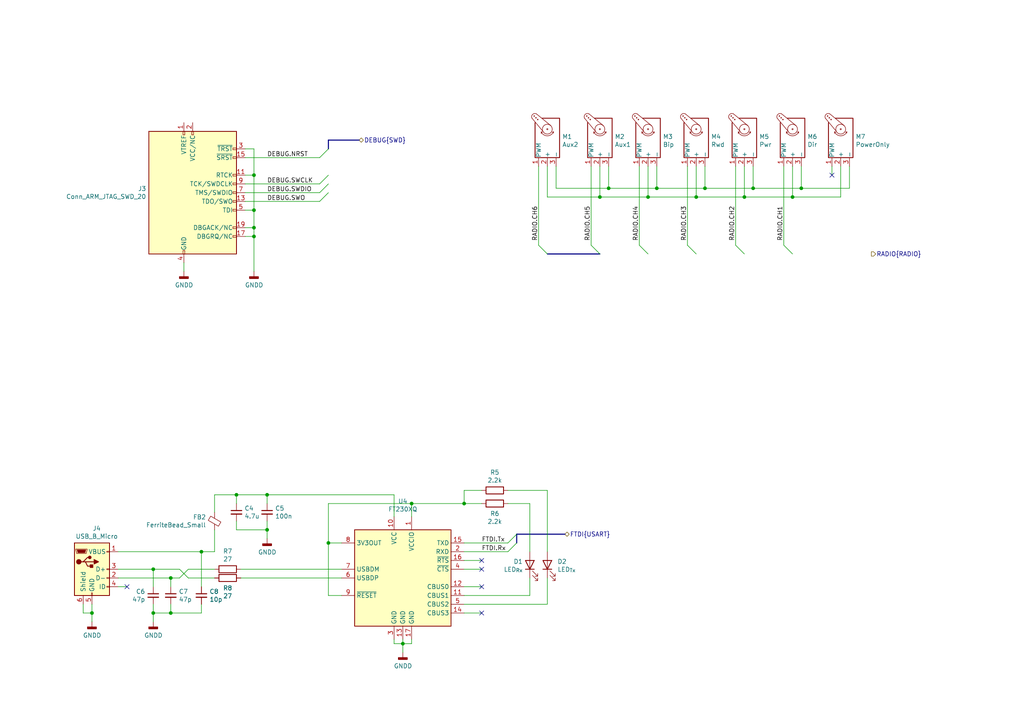
<source format=kicad_sch>
(kicad_sch (version 20210621) (generator eeschema)
  (paper "A4")
  (lib_symbols
    (symbol "Connector:Conn_ARM_JTAG_SWD_20" (pin_names (offset 1.016))
      (property "Reference" "J" (at -5.08 21.59 0))
      (property "Value" "Conn_ARM_JTAG_SWD_20" (at -5.08 19.05 0))
      (symbol "Conn_ARM_JTAG_SWD_20_0_1"
        (rectangle (start -2.794 -17.78) (end -2.286 -16.764))
        (rectangle (start -2.794 17.78) (end -2.286 16.764))
        (rectangle (start -0.254 17.78) (end 0.254 16.764))
        (rectangle (start 11.684 2.286) (end 12.7 2.794))
        (rectangle (start 12.7 -12.446) (end 11.684 -12.954))
        (rectangle (start 12.7 -9.906) (end 11.684 -10.414))
        (rectangle (start 12.7 -2.794) (end 11.684 -2.286))
        (rectangle (start 12.7 -0.254) (end 11.684 0.254))
        (rectangle (start 12.7 4.826) (end 11.684 5.334))
        (rectangle (start 12.7 10.414) (end 11.684 9.906))
        (rectangle (start 12.7 12.954) (end 11.684 12.446))
        (rectangle (start -12.7 17.78) (end 12.7 -17.78) (stroke (width 0.254)) (fill (type background)))
      )
      (symbol "Conn_ARM_JTAG_SWD_20_1_1"
        (rectangle (start 11.684 -5.334) (end 12.7 -4.826))
        (pin power_in line (at -2.54 20.32 270) (length 2.54) (name "VTREF") (number "1"))
        (pin passive line (at -2.54 -20.32 90) (length 2.54) hide (name "GND") (number "10"))
        (pin input line (at 15.24 5.08 180) (length 2.54) (name "RTCK") (number "11"))
        (pin passive line (at -2.54 -20.32 90) (length 2.54) hide (name "GND") (number "12"))
        (pin input line (at 15.24 -2.54 180) (length 2.54) (name "TDO/SWO") (number "13"))
        (pin passive line (at -2.54 -20.32 90) (length 2.54) hide (name "GND") (number "14"))
        (pin bidirectional line (at 15.24 10.16 180) (length 2.54) (name "~{SRST}") (number "15"))
        (pin passive line (at -2.54 -20.32 90) (length 2.54) hide (name "GND") (number "16"))
        (pin output line (at 15.24 -12.7 180) (length 2.54) (name "DBGRQ/NC") (number "17"))
        (pin passive line (at -2.54 -20.32 90) (length 2.54) hide (name "GND") (number "18"))
        (pin input line (at 15.24 -10.16 180) (length 2.54) (name "DBGACK/NC") (number "19"))
        (pin power_in line (at 0 20.32 270) (length 2.54) (name "VCC/NC") (number "2"))
        (pin passive line (at -2.54 -20.32 90) (length 2.54) hide (name "GND") (number "20"))
        (pin output line (at 15.24 12.7 180) (length 2.54) (name "~{TRST}") (number "3"))
        (pin power_in line (at -2.54 -20.32 90) (length 2.54) (name "GND") (number "4"))
        (pin output line (at 15.24 -5.08 180) (length 2.54) (name "TDI") (number "5"))
        (pin passive line (at -2.54 -20.32 90) (length 2.54) hide (name "GND") (number "6"))
        (pin output line (at 15.24 0 180) (length 2.54) (name "TMS/SWDIO") (number "7"))
        (pin passive line (at -2.54 -20.32 90) (length 2.54) hide (name "GND") (number "8"))
        (pin output line (at 15.24 2.54 180) (length 2.54) (name "TCK/SWDCLK") (number "9"))
      )
    )
    (symbol "Connector:USB_B_Micro" (pin_names (offset 1.016))
      (property "Reference" "J" (at -5.08 11.43 0))
      (property "Value" "USB_B_Micro" (at -5.08 8.89 0))
      (symbol "USB_B_Micro_0_1"
        (circle (center -3.81 2.159) (radius 0.635) (stroke (width 0.254)) (fill (type outline)))
        (circle (center -0.635 3.429) (radius 0.381) (stroke (width 0.254)) (fill (type outline)))
        (rectangle (start -0.127 -7.62) (end 0.127 -6.858))
        (rectangle (start 5.08 -5.207) (end 4.318 -4.953))
        (rectangle (start 5.08 -2.667) (end 4.318 -2.413))
        (rectangle (start 5.08 -0.127) (end 4.318 0.127))
        (rectangle (start 5.08 4.953) (end 4.318 5.207))
        (rectangle (start 0.254 1.27) (end -0.508 0.508) (stroke (width 0.254)) (fill (type outline)))
        (rectangle (start -5.08 -7.62) (end 5.08 7.62) (stroke (width 0.254)) (fill (type background)))
        (polyline (pts (xy -1.905 2.159) (xy 0.635 2.159)) (stroke (width 0.254)))
        (polyline (pts (xy -3.175 2.159) (xy -2.54 2.159) (xy -1.27 3.429) (xy -0.635 3.429)) (stroke (width 0.254)))
        (polyline (pts (xy -2.54 2.159) (xy -1.905 2.159) (xy -1.27 0.889) (xy 0 0.889)) (stroke (width 0.254)))
        (polyline (pts (xy -4.699 5.842) (xy -4.699 5.588) (xy -4.445 4.826) (xy -4.445 4.572) (xy -1.651 4.572) (xy -1.651 4.826) (xy -1.397 5.588) (xy -1.397 5.842) (xy -4.699 5.842)))
        (polyline (pts (xy 0.635 2.794) (xy 0.635 1.524) (xy 1.905 2.159) (xy 0.635 2.794)) (stroke (width 0.254)) (fill (type outline)))
        (polyline (pts (xy -4.318 5.588) (xy -1.778 5.588) (xy -2.032 4.826) (xy -4.064 4.826) (xy -4.318 5.588)) (fill (type outline)))
      )
      (symbol "USB_B_Micro_1_1"
        (pin power_out line (at 7.62 5.08 180) (length 2.54) (name "VBUS") (number "1"))
        (pin bidirectional line (at 7.62 -2.54 180) (length 2.54) (name "D-") (number "2"))
        (pin bidirectional line (at 7.62 0 180) (length 2.54) (name "D+") (number "3"))
        (pin passive line (at 7.62 -5.08 180) (length 2.54) (name "ID") (number "4"))
        (pin power_out line (at 0 -10.16 90) (length 2.54) (name "GND") (number "5"))
        (pin passive line (at -2.54 -10.16 90) (length 2.54) (name "Shield") (number "6"))
      )
    )
    (symbol "Device:C_Small" (pin_numbers hide) (pin_names (offset 0.254) hide)
      (property "Reference" "C" (at 0.254 1.778 0))
      (property "Value" "C_Small" (at 0.254 -2.032 0))
      (symbol "C_Small_0_1"
        (polyline (pts (xy -1.524 -0.508) (xy 1.524 -0.508)) (stroke (width 0.3302)))
        (polyline (pts (xy -1.524 0.508) (xy 1.524 0.508)) (stroke (width 0.3048)))
      )
      (symbol "C_Small_1_1"
        (pin passive line (at 0 2.54 270) (length 2.032) (name "~") (number "1"))
        (pin passive line (at 0 -2.54 90) (length 2.032) (name "~") (number "2"))
      )
    )
    (symbol "Device:FerriteBead_Small" (pin_numbers hide) (pin_names (offset 0))
      (property "Reference" "FB" (at 1.905 1.27 0))
      (property "Value" "FerriteBead_Small" (at 1.905 -1.27 0))
      (symbol "FerriteBead_Small_0_1"
        (polyline (pts (xy 0 -1.27) (xy 0 -0.7874)))
        (polyline (pts (xy 0 0.889) (xy 0 1.2954)))
        (polyline (pts (xy -1.8288 0.2794) (xy -1.1176 1.4986) (xy 1.8288 -0.2032) (xy 1.1176 -1.4224) (xy -1.8288 0.2794)))
      )
      (symbol "FerriteBead_Small_1_1"
        (pin passive line (at 0 2.54 270) (length 1.27) (name "~") (number "1"))
        (pin passive line (at 0 -2.54 90) (length 1.27) (name "~") (number "2"))
      )
    )
    (symbol "Device:LED" (pin_numbers hide) (pin_names (offset 1.016) hide)
      (property "Reference" "D" (at 0 2.54 0))
      (property "Value" "LED" (at 0 -2.54 0))
      (symbol "LED_0_1"
        (polyline (pts (xy -1.27 -1.27) (xy -1.27 1.27)) (stroke (width 0.254)))
        (polyline (pts (xy -1.27 0) (xy 1.27 0)))
        (polyline (pts (xy 1.27 -1.27) (xy 1.27 1.27) (xy -1.27 0) (xy 1.27 -1.27)) (stroke (width 0.254)))
        (polyline (pts (xy -3.048 -0.762) (xy -4.572 -2.286) (xy -3.81 -2.286) (xy -4.572 -2.286) (xy -4.572 -1.524)))
        (polyline (pts (xy -1.778 -0.762) (xy -3.302 -2.286) (xy -2.54 -2.286) (xy -3.302 -2.286) (xy -3.302 -1.524)))
      )
      (symbol "LED_1_1"
        (pin passive line (at -3.81 0 0) (length 2.54) (name "K") (number "1"))
        (pin passive line (at 3.81 0 180) (length 2.54) (name "A") (number "2"))
      )
    )
    (symbol "Device:R" (pin_numbers hide) (pin_names (offset 0))
      (property "Reference" "R" (at 2.032 0 90))
      (property "Value" "R" (at 0 0 90))
      (symbol "R_0_1"
        (rectangle (start -1.016 -2.54) (end 1.016 2.54) (stroke (width 0.254)))
      )
      (symbol "R_1_1"
        (pin passive line (at 0 3.81 270) (length 1.27) (name "~") (number "1"))
        (pin passive line (at 0 -3.81 90) (length 1.27) (name "~") (number "2"))
      )
    )
    (symbol "Interface_USB:FT230XQ"
      (property "Reference" "U" (at -13.97 15.24 0))
      (property "Value" "FT230XQ" (at 7.62 15.24 0))
      (symbol "FT230XQ_0_1"
        (rectangle (start -13.97 13.97) (end 13.97 -13.97) (stroke (width 0.254)) (fill (type background)))
      )
      (symbol "FT230XQ_1_1"
        (pin power_in line (at 2.54 17.78 270) (length 3.81) (name "VCCIO") (number "1"))
        (pin power_in line (at -2.54 17.78 270) (length 3.81) (name "VCC") (number "10"))
        (pin bidirectional line (at 17.78 -5.08 180) (length 3.81) (name "CBUS1") (number "11"))
        (pin bidirectional line (at 17.78 -2.54 180) (length 3.81) (name "CBUS0") (number "12"))
        (pin power_in line (at 0 -17.78 90) (length 3.81) (name "GND") (number "13"))
        (pin bidirectional line (at 17.78 -10.16 180) (length 3.81) (name "CBUS3") (number "14"))
        (pin output line (at 17.78 10.16 180) (length 3.81) (name "TXD") (number "15"))
        (pin output line (at 17.78 5.08 180) (length 3.81) (name "~{RTS}") (number "16"))
        (pin power_in line (at 2.54 -17.78 90) (length 3.81) (name "GND") (number "17"))
        (pin input line (at 17.78 7.62 180) (length 3.81) (name "RXD") (number "2"))
        (pin power_in line (at -2.54 -17.78 90) (length 3.81) (name "GND") (number "3"))
        (pin input line (at 17.78 2.54 180) (length 3.81) (name "~{CTS}") (number "4"))
        (pin bidirectional line (at 17.78 -7.62 180) (length 3.81) (name "CBUS2") (number "5"))
        (pin bidirectional line (at -17.78 0 0) (length 3.81) (name "USBDP") (number "6"))
        (pin bidirectional line (at -17.78 2.54 0) (length 3.81) (name "USBDM") (number "7"))
        (pin power_out line (at -17.78 10.16 0) (length 3.81) (name "3V3OUT") (number "8"))
        (pin input line (at -17.78 -5.08 0) (length 3.81) (name "~{RESET}") (number "9"))
      )
    )
    (symbol "Motor:Motor_Servo" (pin_names (offset 0.0254))
      (property "Reference" "M" (at -5.08 4.445 0))
      (property "Value" "Motor_Servo" (at -5.08 -4.064 0))
      (symbol "Motor_Servo_0_1"
        (arc (start 2.413 1.778) (end 2.413 -1.778) (radius (at 3.175 0) (length 1.9304) (angles 113.2 -113.2)))
        (arc (start 6.35 4.445) (end 7.62 3.175) (radius (at 6.7818 3.6068) (length 0.9398) (angles 117.3 -27.3)))
        (circle (center 3.175 0) (radius 0.1778))
        (circle (center 3.175 0) (radius 1.4224))
        (circle (center 5.969 2.794) (radius 0.127))
        (circle (center 6.477 3.302) (radius 0.127))
        (circle (center 6.985 3.81) (radius 0.127))
        (polyline (pts (xy 2.413 -1.778) (xy 2.032 -1.778)))
        (polyline (pts (xy 2.413 -1.778) (xy 2.286 -1.397)))
        (polyline (pts (xy 2.413 1.778) (xy 1.905 1.778)))
        (polyline (pts (xy 2.413 1.778) (xy 2.286 1.397)))
        (polyline (pts (xy 6.35 4.445) (xy 2.54 1.27)))
        (polyline (pts (xy 7.62 3.175) (xy 4.191 -1.016)))
        (polyline (pts (xy 5.08 3.556) (xy -5.08 3.556) (xy -5.08 -3.556) (xy 6.35 -3.556) (xy 6.35 1.524)) (stroke (width 0.254)))
      )
      (symbol "Motor_Servo_1_1"
        (pin passive line (at -7.62 2.54 0) (length 2.54) (name "PWM") (number "1"))
        (pin passive line (at -7.62 0 0) (length 2.54) (name "+") (number "2"))
        (pin passive line (at -7.62 -2.54 0) (length 2.54) (name "-") (number "3"))
      )
    )
    (symbol "power:GNDD" (power) (pin_names (offset 0))
      (property "Value" "GNDD" (at 0 -3.175 0))
      (symbol "GNDD_0_1"
        (rectangle (start -1.27 -1.524) (end 1.27 -2.032) (stroke (width 0.254)) (fill (type outline)))
        (polyline (pts (xy 0 0) (xy 0 -1.524)))
      )
      (symbol "GNDD_1_1"
        (pin power_in line (at 0 0 270) (length 0) hide (name "GNDD") (number "1"))
      )
    )
  )
  (junction (at 26.67 177.8) (diameter 0.9144))
  (junction (at 44.45 165.1) (diameter 0.9144))
  (junction (at 44.45 177.8) (diameter 0.9144))
  (junction (at 49.53 167.64) (diameter 0.9144))
  (junction (at 49.53 177.8) (diameter 0.9144))
  (junction (at 58.42 160.02) (diameter 0.9144))
  (junction (at 68.58 143.51) (diameter 0.9144))
  (junction (at 73.66 50.8) (diameter 0.9144))
  (junction (at 73.66 60.96) (diameter 0.9144))
  (junction (at 73.66 66.04) (diameter 0.9144))
  (junction (at 73.66 68.58) (diameter 0.9144))
  (junction (at 77.47 143.51) (diameter 0.9144))
  (junction (at 77.47 153.67) (diameter 0.9144))
  (junction (at 95.25 157.48) (diameter 0.9144))
  (junction (at 116.84 186.69) (diameter 0.9144))
  (junction (at 119.38 146.05) (diameter 0.9144))
  (junction (at 134.62 146.05) (diameter 0.9144))
  (junction (at 173.99 57.15) (diameter 0.9144))
  (junction (at 176.53 54.61) (diameter 0.9144))
  (junction (at 187.96 57.15) (diameter 0.9144))
  (junction (at 190.5 54.61) (diameter 0.9144))
  (junction (at 201.93 57.15) (diameter 0.9144))
  (junction (at 204.47 54.61) (diameter 0.9144))
  (junction (at 215.9 57.15) (diameter 0.9144))
  (junction (at 218.44 54.61) (diameter 0.9144))
  (junction (at 229.87 57.15) (diameter 0.9144))
  (junction (at 232.41 54.61) (diameter 0.9144))
  (no_connect (at 36.83 170.18))
  (no_connect (at 139.7 162.56))
  (no_connect (at 139.7 165.1))
  (no_connect (at 139.7 170.18))
  (no_connect (at 139.7 177.8))
  (no_connect (at 241.3 50.8))
  (bus_entry (at 95.25 43.18) (size -2.54 2.54) (stroke (width 0.1524)))
  (bus_entry (at 95.25 50.8) (size -2.54 2.54) (stroke (width 0.1524)))
  (bus_entry (at 95.25 53.34) (size -2.54 2.54) (stroke (width 0.1524)))
  (bus_entry (at 95.25 55.88) (size -2.54 2.54) (stroke (width 0.1524)))
  (bus_entry (at 149.86 154.94) (size -2.54 2.54) (stroke (width 0.1524)))
  (bus_entry (at 149.86 157.48) (size -2.54 2.54) (stroke (width 0.1524)))
  (bus_entry (at 158.75 73.66) (size -2.54 -2.54) (stroke (width 0.1524)))
  (bus_entry (at 173.99 73.66) (size -2.54 -2.54) (stroke (width 0.1524)))
  (bus_entry (at 187.96 73.66) (size -2.54 -2.54) (stroke (width 0.1524)))
  (bus_entry (at 201.93 73.66) (size -2.54 -2.54) (stroke (width 0.1524)))
  (bus_entry (at 215.9 73.66) (size -2.54 -2.54) (stroke (width 0.1524)))
  (bus_entry (at 229.87 73.66) (size -2.54 -2.54) (stroke (width 0.1524)))
  (wire (pts (xy 24.13 175.26) (xy 24.13 177.8)))
  (wire (pts (xy 24.13 177.8) (xy 26.67 177.8)))
  (wire (pts (xy 26.67 175.26) (xy 26.67 177.8)))
  (wire (pts (xy 26.67 177.8) (xy 26.67 180.34)))
  (wire (pts (xy 34.29 160.02) (xy 58.42 160.02)))
  (wire (pts (xy 34.29 165.1) (xy 44.45 165.1)))
  (wire (pts (xy 34.29 167.64) (xy 49.53 167.64)))
  (wire (pts (xy 36.83 170.18) (xy 34.29 170.18)))
  (wire (pts (xy 44.45 165.1) (xy 44.45 170.18)))
  (wire (pts (xy 44.45 165.1) (xy 52.07 165.1)))
  (wire (pts (xy 44.45 175.26) (xy 44.45 177.8)))
  (wire (pts (xy 44.45 177.8) (xy 44.45 180.34)))
  (wire (pts (xy 44.45 177.8) (xy 49.53 177.8)))
  (wire (pts (xy 49.53 167.64) (xy 49.53 170.18)))
  (wire (pts (xy 49.53 167.64) (xy 52.07 167.64)))
  (wire (pts (xy 49.53 177.8) (xy 49.53 175.26)))
  (wire (pts (xy 52.07 165.1) (xy 54.61 167.64)))
  (wire (pts (xy 52.07 167.64) (xy 54.61 165.1)))
  (wire (pts (xy 53.34 76.2) (xy 53.34 78.74)))
  (wire (pts (xy 54.61 165.1) (xy 62.23 165.1)))
  (wire (pts (xy 54.61 167.64) (xy 62.23 167.64)))
  (wire (pts (xy 58.42 160.02) (xy 58.42 170.18)))
  (wire (pts (xy 58.42 160.02) (xy 62.23 160.02)))
  (wire (pts (xy 58.42 175.26) (xy 58.42 177.8)))
  (wire (pts (xy 58.42 177.8) (xy 49.53 177.8)))
  (wire (pts (xy 62.23 143.51) (xy 62.23 148.59)))
  (wire (pts (xy 62.23 143.51) (xy 68.58 143.51)))
  (wire (pts (xy 62.23 153.67) (xy 62.23 160.02)))
  (wire (pts (xy 68.58 143.51) (xy 68.58 146.05)))
  (wire (pts (xy 68.58 143.51) (xy 77.47 143.51)))
  (wire (pts (xy 68.58 151.13) (xy 68.58 153.67)))
  (wire (pts (xy 68.58 153.67) (xy 77.47 153.67)))
  (wire (pts (xy 69.85 165.1) (xy 99.06 165.1)))
  (wire (pts (xy 69.85 167.64) (xy 99.06 167.64)))
  (wire (pts (xy 71.12 43.18) (xy 73.66 43.18)))
  (wire (pts (xy 71.12 45.72) (xy 92.71 45.72)))
  (wire (pts (xy 71.12 50.8) (xy 73.66 50.8)))
  (wire (pts (xy 71.12 53.34) (xy 92.71 53.34)))
  (wire (pts (xy 71.12 55.88) (xy 92.71 55.88)))
  (wire (pts (xy 71.12 58.42) (xy 92.71 58.42)))
  (wire (pts (xy 71.12 60.96) (xy 73.66 60.96)))
  (wire (pts (xy 71.12 66.04) (xy 73.66 66.04)))
  (wire (pts (xy 73.66 43.18) (xy 73.66 50.8)))
  (wire (pts (xy 73.66 50.8) (xy 73.66 60.96)))
  (wire (pts (xy 73.66 60.96) (xy 73.66 66.04)))
  (wire (pts (xy 73.66 66.04) (xy 73.66 68.58)))
  (wire (pts (xy 73.66 68.58) (xy 71.12 68.58)))
  (wire (pts (xy 73.66 78.74) (xy 73.66 68.58)))
  (wire (pts (xy 77.47 143.51) (xy 77.47 146.05)))
  (wire (pts (xy 77.47 143.51) (xy 114.3 143.51)))
  (wire (pts (xy 77.47 153.67) (xy 77.47 151.13)))
  (wire (pts (xy 77.47 153.67) (xy 77.47 156.21)))
  (wire (pts (xy 95.25 146.05) (xy 119.38 146.05)))
  (wire (pts (xy 95.25 157.48) (xy 95.25 146.05)))
  (wire (pts (xy 95.25 172.72) (xy 95.25 157.48)))
  (wire (pts (xy 99.06 157.48) (xy 95.25 157.48)))
  (wire (pts (xy 99.06 172.72) (xy 95.25 172.72)))
  (wire (pts (xy 114.3 143.51) (xy 114.3 149.86)))
  (wire (pts (xy 114.3 185.42) (xy 114.3 186.69)))
  (wire (pts (xy 114.3 186.69) (xy 116.84 186.69)))
  (wire (pts (xy 116.84 185.42) (xy 116.84 186.69)))
  (wire (pts (xy 116.84 186.69) (xy 116.84 189.23)))
  (wire (pts (xy 116.84 186.69) (xy 119.38 186.69)))
  (wire (pts (xy 119.38 146.05) (xy 119.38 149.86)))
  (wire (pts (xy 119.38 146.05) (xy 134.62 146.05)))
  (wire (pts (xy 119.38 186.69) (xy 119.38 185.42)))
  (wire (pts (xy 134.62 142.24) (xy 134.62 146.05)))
  (wire (pts (xy 134.62 146.05) (xy 139.7 146.05)))
  (wire (pts (xy 134.62 157.48) (xy 147.32 157.48)))
  (wire (pts (xy 134.62 160.02) (xy 147.32 160.02)))
  (wire (pts (xy 134.62 162.56) (xy 139.7 162.56)))
  (wire (pts (xy 134.62 165.1) (xy 139.7 165.1)))
  (wire (pts (xy 134.62 170.18) (xy 139.7 170.18)))
  (wire (pts (xy 134.62 172.72) (xy 153.67 172.72)))
  (wire (pts (xy 134.62 175.26) (xy 158.75 175.26)))
  (wire (pts (xy 134.62 177.8) (xy 139.7 177.8)))
  (wire (pts (xy 139.7 142.24) (xy 134.62 142.24)))
  (wire (pts (xy 147.32 142.24) (xy 158.75 142.24)))
  (wire (pts (xy 147.32 146.05) (xy 153.67 146.05)))
  (wire (pts (xy 153.67 146.05) (xy 153.67 160.02)))
  (wire (pts (xy 153.67 172.72) (xy 153.67 167.64)))
  (wire (pts (xy 156.21 48.26) (xy 156.21 71.12)))
  (wire (pts (xy 158.75 48.26) (xy 158.75 57.15)))
  (wire (pts (xy 158.75 57.15) (xy 173.99 57.15)))
  (wire (pts (xy 158.75 142.24) (xy 158.75 160.02)))
  (wire (pts (xy 158.75 175.26) (xy 158.75 167.64)))
  (wire (pts (xy 161.29 54.61) (xy 161.29 48.26)))
  (wire (pts (xy 171.45 48.26) (xy 171.45 71.12)))
  (wire (pts (xy 173.99 48.26) (xy 173.99 57.15)))
  (wire (pts (xy 173.99 57.15) (xy 187.96 57.15)))
  (wire (pts (xy 176.53 48.26) (xy 176.53 54.61)))
  (wire (pts (xy 176.53 54.61) (xy 161.29 54.61)))
  (wire (pts (xy 185.42 48.26) (xy 185.42 71.12)))
  (wire (pts (xy 187.96 48.26) (xy 187.96 57.15)))
  (wire (pts (xy 187.96 57.15) (xy 201.93 57.15)))
  (wire (pts (xy 190.5 48.26) (xy 190.5 54.61)))
  (wire (pts (xy 190.5 54.61) (xy 176.53 54.61)))
  (wire (pts (xy 199.39 48.26) (xy 199.39 71.12)))
  (wire (pts (xy 201.93 48.26) (xy 201.93 57.15)))
  (wire (pts (xy 201.93 57.15) (xy 215.9 57.15)))
  (wire (pts (xy 204.47 48.26) (xy 204.47 54.61)))
  (wire (pts (xy 204.47 54.61) (xy 190.5 54.61)))
  (wire (pts (xy 213.36 48.26) (xy 213.36 71.12)))
  (wire (pts (xy 215.9 48.26) (xy 215.9 57.15)))
  (wire (pts (xy 215.9 57.15) (xy 229.87 57.15)))
  (wire (pts (xy 218.44 48.26) (xy 218.44 54.61)))
  (wire (pts (xy 218.44 54.61) (xy 204.47 54.61)))
  (wire (pts (xy 227.33 48.26) (xy 227.33 71.12)))
  (wire (pts (xy 229.87 48.26) (xy 229.87 57.15)))
  (wire (pts (xy 229.87 57.15) (xy 243.84 57.15)))
  (wire (pts (xy 232.41 48.26) (xy 232.41 54.61)))
  (wire (pts (xy 232.41 54.61) (xy 218.44 54.61)))
  (wire (pts (xy 241.3 48.26) (xy 241.3 50.8)))
  (wire (pts (xy 243.84 57.15) (xy 243.84 48.26)))
  (wire (pts (xy 246.38 48.26) (xy 246.38 54.61)))
  (wire (pts (xy 246.38 54.61) (xy 232.41 54.61)))
  (bus (pts (xy 95.25 40.64) (xy 95.25 55.88)))
  (bus (pts (xy 95.25 40.64) (xy 104.14 40.64)))
  (bus (pts (xy 149.86 154.94) (xy 149.86 157.48)))
  (bus (pts (xy 158.75 73.66) (xy 252.73 73.66)))
  (bus (pts (xy 163.83 154.94) (xy 149.86 154.94)))
  (label "DEBUG.NRST" (at 77.47 45.72 0))
  (label "DEBUG.SWCLK" (at 77.47 53.34 0))
  (label "DEBUG.SWDIO" (at 77.47 55.88 0))
  (label "DEBUG.SWO" (at 77.47 58.42 0))
  (label "FTDI.Tx" (at 139.7 157.48 0))
  (label "FTDI.Rx" (at 139.7 160.02 0))
  (label "RADIO.CH6" (at 156.21 59.69 270))
  (label "RADIO.CH5" (at 171.45 59.69 270))
  (label "RADIO.CH4" (at 185.42 59.69 270))
  (label "RADIO.CH3" (at 199.39 59.69 270))
  (label "RADIO.CH2" (at 213.36 59.69 270))
  (label "RADIO.CH1" (at 227.33 59.69 270))
  (hierarchical_label "DEBUG{SWD}" (shape bidirectional) (at 104.14 40.64 0))
  (hierarchical_label "FTDI{USART}" (shape bidirectional) (at 163.83 154.94 0))
  (hierarchical_label "RADIO{RADIO}" (shape output) (at 252.73 73.66 0))
  (symbol (lib_id "power:GNDD") (at 26.67 180.34 0) (unit 1)
    (property "Reference" "#PWR018" (effects hide))
    (property "Value" "GNDD" (at 26.7208 184.2834 0))
  )
  (symbol (lib_id "power:GNDD") (at 44.45 180.34 0) (unit 1)
    (property "Reference" "#PWR019" (effects hide))
    (property "Value" "GNDD" (at 44.5008 184.2834 0))
  )
  (symbol (lib_id "power:GNDD") (at 53.34 78.74 0) (unit 1)
    (property "Reference" "#PWR015" (effects hide))
    (property "Value" "GNDD" (at 53.3908 82.6834 0))
  )
  (symbol (lib_id "power:GNDD") (at 73.66 78.74 0) (unit 1)
    (property "Reference" "#PWR016" (effects hide))
    (property "Value" "GNDD" (at 73.7108 82.6834 0))
  )
  (symbol (lib_id "power:GNDD") (at 77.47 156.21 0) (unit 1)
    (property "Reference" "#PWR017" (effects hide))
    (property "Value" "GNDD" (at 77.5208 160.1534 0))
  )
  (symbol (lib_id "power:GNDD") (at 116.84 189.23 0) (unit 1)
    (property "Reference" "#PWR020" (effects hide))
    (property "Value" "GNDD" (at 116.8908 193.1734 0))
  )
  (symbol (lib_id "Device:R") (at 66.04 165.1 90) (unit 1)
    (property "Reference" "R7" (at 66.04 159.8738 90))
    (property "Value" "27" (at 66.04 162.1725 90))
  )
  (symbol (lib_id "Device:R") (at 66.04 167.64 90) (unit 1)
    (property "Reference" "R8" (at 66.04 170.5674 90))
    (property "Value" "27" (at 66.04 172.8661 90))
  )
  (symbol (lib_id "Device:R") (at 143.51 142.24 90) (unit 1)
    (property "Reference" "R5" (at 143.51 137.0138 90))
    (property "Value" "2.2k" (at 143.51 139.3125 90))
  )
  (symbol (lib_id "Device:R") (at 143.51 146.05 90) (unit 1)
    (property "Reference" "R6" (at 143.51 148.9774 90))
    (property "Value" "2.2k" (at 143.51 151.2761 90))
  )
  (symbol (lib_id "Device:C_Small") (at 44.45 172.72 0) (unit 1)
    (property "Reference" "C6" (at 42.1259 171.5706 0) (effects (justify right)))
    (property "Value" "47p" (at 42.1259 173.8693 0) (effects (justify right)))
  )
  (symbol (lib_id "Device:C_Small") (at 49.53 172.72 0) (unit 1)
    (property "Reference" "C7" (at 51.8542 171.5706 0) (effects (justify left)))
    (property "Value" "47p" (at 51.8542 173.8693 0) (effects (justify left)))
  )
  (symbol (lib_id "Device:C_Small") (at 58.42 172.72 0) (unit 1)
    (property "Reference" "C8" (at 60.7442 171.5706 0) (effects (justify left)))
    (property "Value" "10p" (at 60.7442 173.8693 0) (effects (justify left)))
  )
  (symbol (lib_id "Device:C_Small") (at 68.58 148.59 0) (unit 1)
    (property "Reference" "C4" (at 70.9042 147.4406 0) (effects (justify left)))
    (property "Value" "4.7u" (at 70.9042 149.7393 0) (effects (justify left)))
  )
  (symbol (lib_id "Device:C_Small") (at 77.47 148.59 0) (unit 1)
    (property "Reference" "C5" (at 79.7942 147.4406 0) (effects (justify left)))
    (property "Value" "100n" (at 79.7942 149.7393 0) (effects (justify left)))
  )
  (symbol (lib_id "Device:FerriteBead_Small") (at 62.23 151.13 180) (unit 1)
    (property "Reference" "FB2" (at 59.7661 149.9806 0) (effects (justify left)))
    (property "Value" "FerriteBead_Small" (at 59.7661 152.2793 0) (effects (justify left)))
  )
  (symbol (lib_id "Device:LED") (at 153.67 163.83 90) (unit 1)
    (property "Reference" "D1" (at 151.6379 162.8711 90) (effects (justify left)))
    (property "Value" "LED_{Rx}" (at 151.6379 165.1698 90) (effects (justify left)))
  )
  (symbol (lib_id "Device:LED") (at 158.75 163.83 90) (unit 1)
    (property "Reference" "D2" (at 161.6711 162.8711 90) (effects (justify right)))
    (property "Value" "LED_{Tx}" (at 161.6711 165.1698 90) (effects (justify right)))
  )
  (symbol (lib_id "Motor:Motor_Servo") (at 158.75 40.64 90) (unit 1)
    (property "Reference" "M1" (at 163.0681 39.6303 90) (effects (justify right)))
    (property "Value" "Aux2" (at 163.0681 41.929 90) (effects (justify right)))
    (property "Datasheet" "http://forums.parallax.com/uploads/attachments/46831/74481.png" (effects hide))
  )
  (symbol (lib_id "Motor:Motor_Servo") (at 173.99 40.64 90) (unit 1)
    (property "Reference" "M2" (at 178.3081 39.6303 90) (effects (justify right)))
    (property "Value" "Aux1" (at 178.3081 41.929 90) (effects (justify right)))
    (property "Datasheet" "http://forums.parallax.com/uploads/attachments/46831/74481.png" (effects hide))
  )
  (symbol (lib_id "Motor:Motor_Servo") (at 187.96 40.64 90) (unit 1)
    (property "Reference" "M3" (at 192.2781 39.6303 90) (effects (justify right)))
    (property "Value" "Bip" (at 192.2781 41.929 90) (effects (justify right)))
    (property "Datasheet" "http://forums.parallax.com/uploads/attachments/46831/74481.png" (effects hide))
  )
  (symbol (lib_id "Motor:Motor_Servo") (at 201.93 40.64 90) (unit 1)
    (property "Reference" "M4" (at 206.2481 39.6303 90) (effects (justify right)))
    (property "Value" "Rwd" (at 206.2481 41.929 90) (effects (justify right)))
    (property "Datasheet" "http://forums.parallax.com/uploads/attachments/46831/74481.png" (effects hide))
  )
  (symbol (lib_id "Motor:Motor_Servo") (at 215.9 40.64 90) (unit 1)
    (property "Reference" "M5" (at 220.2181 39.6303 90) (effects (justify right)))
    (property "Value" "Pwr" (at 220.2181 41.929 90) (effects (justify right)))
    (property "Datasheet" "http://forums.parallax.com/uploads/attachments/46831/74481.png" (effects hide))
  )
  (symbol (lib_id "Motor:Motor_Servo") (at 229.87 40.64 90) (unit 1)
    (property "Reference" "M6" (at 234.1881 39.6303 90) (effects (justify right)))
    (property "Value" "Dir" (at 234.1881 41.929 90) (effects (justify right)))
    (property "Datasheet" "http://forums.parallax.com/uploads/attachments/46831/74481.png" (effects hide))
  )
  (symbol (lib_id "Motor:Motor_Servo") (at 243.84 40.64 90) (unit 1)
    (property "Reference" "M7" (at 248.1581 39.6303 90) (effects (justify right)))
    (property "Value" "PowerOnly" (at 248.1581 41.929 90) (effects (justify right)))
    (property "Datasheet" "http://forums.parallax.com/uploads/attachments/46831/74481.png" (effects hide))
  )
  (symbol (lib_id "Connector:USB_B_Micro") (at 26.67 165.1 0) (unit 1)
    (property "Reference" "J4" (at 28.067 153.2698 0))
    (property "Value" "USB_B_Micro" (at 28.067 155.5685 0))
  )
  (symbol (lib_id "Connector:Conn_ARM_JTAG_SWD_20") (at 55.88 55.88 0) (unit 1)
    (property "Reference" "J3" (at 42.4179 54.7306 0) (effects (justify right)))
    (property "Value" "Conn_ARM_JTAG_SWD_20" (at 42.4179 57.0293 0) (effects (justify right)))
    (property "Datasheet" "http://infocenter.arm.com/help/topic/com.arm.doc.dui0499b/DUI0499B_system_design_reference.pdf" (effects hide))
  )
  (symbol (lib_id "Interface_USB:FT230XQ") (at 116.84 167.64 0) (unit 1)
    (property "Reference" "U4" (at 116.84 145.3958 0))
    (property "Value" "FT230XQ" (at 116.84 147.6945 0))
    (property "Footprint" "Package_DFN_QFN:QFN-16-1EP_4x4mm_P0.65mm_EP2.1x2.1mm" (effects hide))
    (property "Datasheet" "https://www.ftdichip.com/Support/Documents/DataSheets/ICs/DS_FT230X.pdf" (effects hide))
  )
)
</source>
